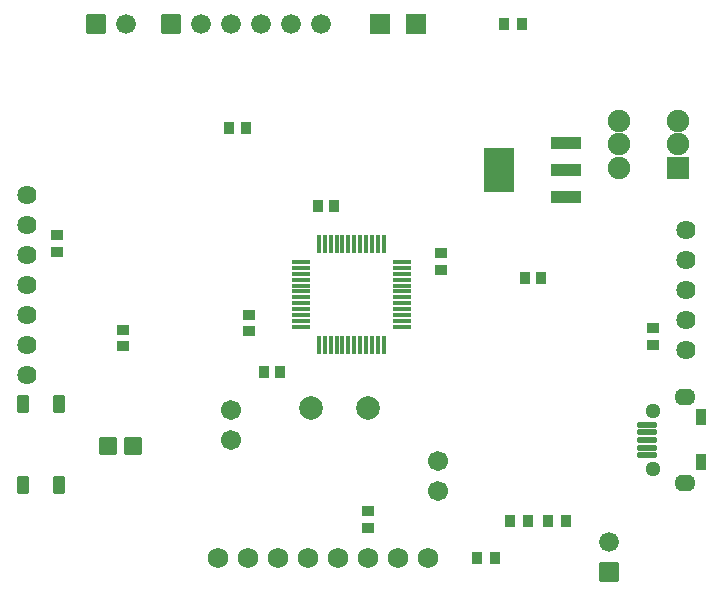
<source format=gts>
G04 Layer: TopSolderMaskLayer*
G04 EasyEDA v6.5.28, 2023-05-12 23:13:51*
G04 2c4de912aade46c3ae8d467baab15760,9779bb66b829476cac46641fb3e7303a,10*
G04 Gerber Generator version 0.2*
G04 Scale: 100 percent, Rotated: No, Reflected: No *
G04 Dimensions in inches *
G04 leading zeros omitted , absolute positions ,3 integer and 6 decimal *
%FSLAX36Y36*%
%MOIN*%

%AMMACRO1*1,1,$1,$2,$3*1,1,$1,$4,$5*1,1,$1,0-$2,0-$3*1,1,$1,0-$4,0-$5*20,1,$1,$2,$3,$4,$5,0*20,1,$1,$4,$5,0-$2,0-$3,0*20,1,$1,0-$2,0-$3,0-$4,0-$5,0*20,1,$1,0-$4,0-$5,$2,$3,0*4,1,4,$2,$3,$4,$5,0-$2,0-$3,0-$4,0-$5,$2,$3,0*%
%ADD10C,0.0640*%
%ADD11MACRO1,0.004X-0.0177X-0.0157X-0.0177X0.0157*%
%ADD12C,0.0670*%
%ADD13MACRO1,0.004X-0.031X0.031X0.031X0.031*%
%ADD14C,0.0660*%
%ADD15MACRO1,0.004X0.031X0.031X0.031X-0.031*%
%ADD16MACRO1,0.004X-0.0159X-0.017X-0.0159X0.017*%
%ADD17MACRO1,0.004X0.0159X-0.017X0.0159X0.017*%
%ADD18C,0.0789*%
%ADD19MACRO1,0.004X0.0157X0.0236X0.0157X-0.0236*%
%ADD20MACRO1,0.004X-0.0315X-0.0079X-0.0315X0.0079*%
%ADD21C,0.0512*%
%ADD22O,0.070929X0.05518100000000001*%
%ADD23MACRO1,0.0039X-0.0354X-0.0354X-0.0354X0.0354*%
%ADD24C,0.0748*%
%ADD25MACRO1,0.004X-0.0177X-0.0276X-0.0177X0.0276*%
%ADD26C,0.0680*%
%ADD27MACRO1,0.004X-0.0157X0.0177X0.0157X0.0177*%
%ADD28MACRO1,0.004X0.0177X0.0157X0.0177X-0.0157*%
%ADD29MACRO1,0.004X0.0157X-0.0177X-0.0157X-0.0177*%
%ADD30MACRO1,0.004X0.0278X0.0266X0.0278X-0.0266*%
%ADD31MACRO1,0.004X-0.0278X0.0266X-0.0278X-0.0266*%
%ADD32MACRO1,0.004X0.0322X-0.0315X-0.0322X-0.0315*%
%ADD33MACRO1,0.004X0.0159X0.017X0.0159X-0.017*%
%ADD34MACRO1,0.004X-0.0159X0.017X-0.0159X-0.017*%
%ADD35O,0.014568X0.062993*%
%ADD36O,0.062993X0.014568*%
%ADD37MACRO1,0.004X0.0486X-0.0193X0.0486X0.0193*%
%ADD38MACRO1,0.004X0.0486X0.0709X0.0486X-0.0709*%

%LPD*%
D10*
G01*
X2565000Y2015000D03*
G01*
X2565000Y1915000D03*
G01*
X2565000Y1815000D03*
G01*
X2565000Y1715000D03*
G01*
X2565000Y1615000D03*
G01*
X370000Y1530000D03*
G01*
X370000Y1630000D03*
G01*
X370000Y1730000D03*
G01*
X370000Y1830000D03*
G01*
X370000Y1930000D03*
G01*
X370000Y2030000D03*
G01*
X370000Y2130000D03*
D11*
G01*
X2455000Y1687558D03*
G01*
X2455000Y1632441D03*
D12*
G01*
X1740000Y1145000D03*
G01*
X1740000Y1245000D03*
G01*
X1050000Y1315000D03*
G01*
X1050000Y1415000D03*
D13*
G01*
X2310000Y875000D03*
D14*
G01*
X2310000Y975000D03*
D15*
G01*
X600000Y2700000D03*
D14*
G01*
X700000Y2700000D03*
D16*
G01*
X2164655Y1045000D03*
D17*
G01*
X2105344Y1045000D03*
D16*
G01*
X2039655Y1045000D03*
D17*
G01*
X1980344Y1045000D03*
D16*
G01*
X1929655Y920000D03*
D17*
G01*
X1870344Y920000D03*
D18*
G01*
X1506059Y1420000D03*
G01*
X1313940Y1420000D03*
D19*
G01*
X2614538Y1240214D03*
G01*
X2614538Y1389819D03*
D20*
G01*
X2435405Y1263835D03*
G01*
X2435405Y1289426D03*
G01*
X2435405Y1315017D03*
G01*
X2435405Y1340607D03*
G01*
X2435405Y1366197D03*
D21*
G01*
X2455879Y1410479D03*
G01*
X2455879Y1219540D03*
D22*
G01*
X2561390Y1172289D03*
G01*
X2561390Y1457730D03*
D14*
G01*
X1350000Y2700000D03*
G01*
X1250000Y2700000D03*
G01*
X1150000Y2700000D03*
G01*
X1050000Y2700000D03*
G01*
X950000Y2700000D03*
D13*
G01*
X850000Y2700000D03*
D23*
G01*
X2538425Y2221259D03*
D24*
G01*
X2538429Y2300000D03*
G01*
X2538429Y2378739D03*
G01*
X2341580Y2378739D03*
G01*
X2341580Y2300000D03*
G01*
X2341580Y2221260D03*
D25*
G01*
X355939Y1166137D03*
G01*
X355939Y1433852D03*
G01*
X474049Y1166137D03*
G01*
X474049Y1433852D03*
D26*
G01*
X1705029Y919879D03*
G01*
X1605020Y919879D03*
G01*
X1505020Y919879D03*
G01*
X1405020Y919879D03*
G01*
X1305020Y919879D03*
G01*
X1205020Y919879D03*
G01*
X1105020Y919859D03*
G01*
X1005029Y920070D03*
D27*
G01*
X2082559Y1855000D03*
G01*
X2027440Y1855000D03*
D11*
G01*
X470000Y1997558D03*
G01*
X470000Y1942441D03*
D27*
G01*
X1097559Y2355000D03*
G01*
X1042440Y2355000D03*
D28*
G01*
X1110000Y1677441D03*
G01*
X1110000Y1732558D03*
D27*
G01*
X1392559Y2095000D03*
G01*
X1337440Y2095000D03*
D11*
G01*
X1750000Y1937558D03*
G01*
X1750000Y1882441D03*
D28*
G01*
X1505000Y1022441D03*
G01*
X1505000Y1077558D03*
D11*
G01*
X690000Y1682558D03*
G01*
X690000Y1627441D03*
D29*
G01*
X1157440Y1540000D03*
G01*
X1212559Y1540000D03*
D30*
G01*
X639448Y1295000D03*
D31*
G01*
X720551Y1295000D03*
D32*
G01*
X1545259Y2700000D03*
G01*
X1664740Y2700000D03*
D33*
G01*
X1960344Y2700000D03*
D34*
G01*
X2019655Y2700000D03*
D35*
G01*
X1341729Y1632680D03*
G01*
X1361419Y1632680D03*
G01*
X1381099Y1632680D03*
G01*
X1400789Y1632680D03*
G01*
X1420469Y1632680D03*
G01*
X1440159Y1632680D03*
G01*
X1459840Y1632680D03*
G01*
X1479530Y1632680D03*
G01*
X1499210Y1632680D03*
G01*
X1518900Y1632680D03*
G01*
X1538580Y1632680D03*
G01*
X1558270Y1632680D03*
D36*
G01*
X1617319Y1691729D03*
G01*
X1617319Y1711419D03*
G01*
X1617319Y1731100D03*
G01*
X1617319Y1750790D03*
G01*
X1617319Y1770470D03*
G01*
X1617319Y1790160D03*
G01*
X1617319Y1809839D03*
G01*
X1617319Y1829529D03*
G01*
X1617319Y1849209D03*
G01*
X1617319Y1868899D03*
G01*
X1617319Y1888580D03*
G01*
X1617319Y1908270D03*
D35*
G01*
X1558270Y1967319D03*
G01*
X1538580Y1967319D03*
G01*
X1518900Y1967319D03*
G01*
X1499210Y1967319D03*
G01*
X1479530Y1967319D03*
G01*
X1459840Y1967319D03*
G01*
X1440159Y1967319D03*
G01*
X1420469Y1967319D03*
G01*
X1400789Y1967319D03*
G01*
X1381099Y1967319D03*
G01*
X1361419Y1967319D03*
G01*
X1341729Y1967319D03*
D36*
G01*
X1282680Y1908270D03*
G01*
X1282680Y1888580D03*
G01*
X1282680Y1868899D03*
G01*
X1282680Y1849209D03*
G01*
X1282680Y1829529D03*
G01*
X1282680Y1809839D03*
G01*
X1282680Y1790160D03*
G01*
X1282680Y1770470D03*
G01*
X1282680Y1750790D03*
G01*
X1282680Y1731100D03*
G01*
X1282680Y1711419D03*
G01*
X1282680Y1691729D03*
D37*
G01*
X2166614Y2124448D03*
G01*
X2166614Y2215000D03*
G01*
X2166614Y2305551D03*
D38*
G01*
X1943385Y2215000D03*
M02*

</source>
